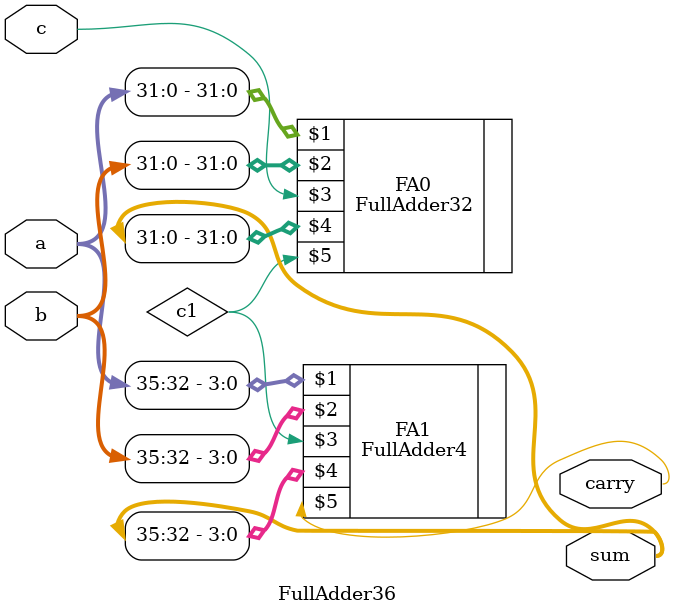
<source format=v>
`include "FullAdder32.v"
module FullAdder36(a,b,c,sum,carry);
input [35:0] a,b;
input c;
output [35:0] sum;
output carry;
wire c1;

FullAdder32 FA0(a[31:0],b[31:0],c,sum[31:0],c1);
FullAdder4 FA1(a[35:32],b[35:32],c1,sum[35:32],carry);
endmodule

</source>
